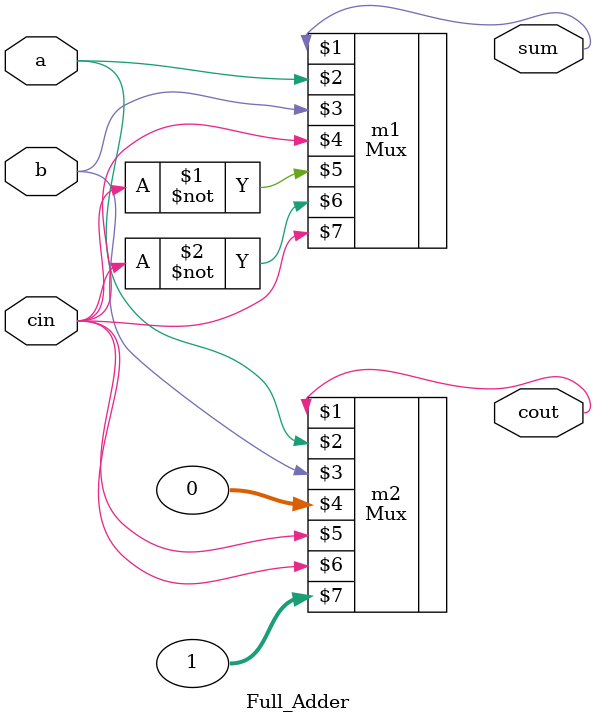
<source format=v>

module Full_Adder(sum,cout,a,b,cin);
input a,b,cin;
output sum,cout;
Mux m1(sum,a,b,cin,~cin,~cin,cin);
Mux m2(cout,a,b,0,cin,cin,1);
endmodule

</source>
